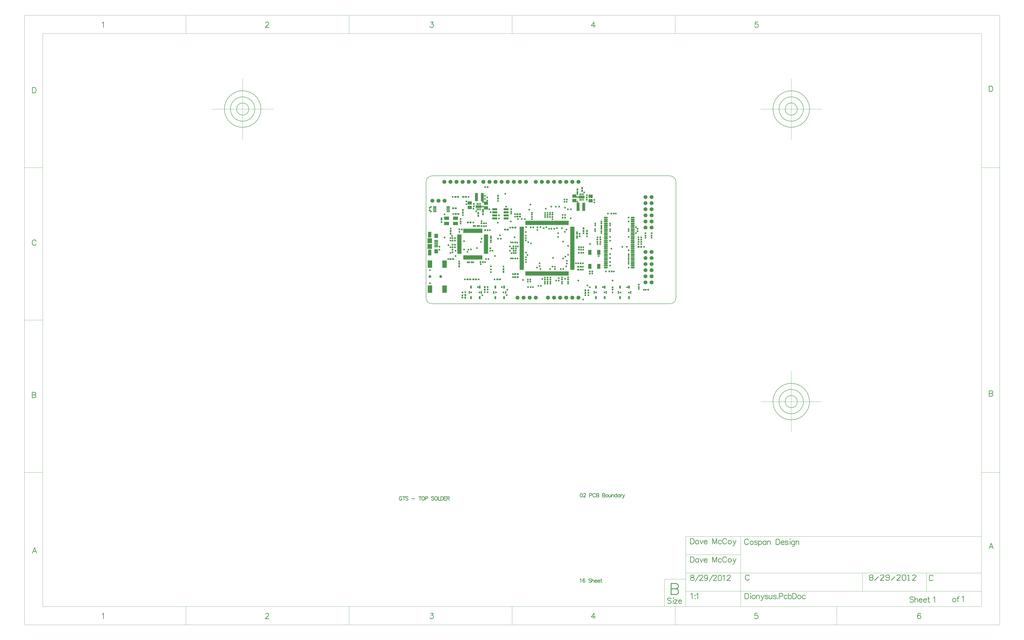
<source format=gts>
%FSLAX25Y25*%
%MOIN*%
G70*
G01*
G75*
G04 Layer_Color=8388736*
%ADD10R,0.02953X0.02559*%
%ADD11R,0.05118X0.09055*%
%ADD12R,0.07087X0.07480*%
%ADD13R,0.05512X0.06299*%
%ADD14R,0.05315X0.01575*%
%ADD15R,0.02559X0.02953*%
%ADD16R,0.02362X0.03937*%
%ADD17R,0.01772X0.03937*%
%ADD18R,0.02362X0.01969*%
%ADD19R,0.01969X0.02362*%
%ADD20R,0.05906X0.05118*%
%ADD21R,0.04331X0.12598*%
%ADD22R,0.09843X0.03543*%
%ADD23R,0.00984X0.03150*%
%ADD24R,0.02756X0.01969*%
%ADD25R,0.01969X0.02756*%
%ADD26R,0.07874X0.04724*%
%ADD27R,0.07087X0.11811*%
%ADD28R,0.04921X0.07284*%
%ADD29R,0.07480X0.02835*%
%ADD30R,0.04921X0.01378*%
%ADD31O,0.06102X0.02165*%
%ADD32O,0.01181X0.07087*%
%ADD33O,0.07087X0.01181*%
%ADD34C,0.00600*%
%ADD35C,0.01000*%
%ADD36C,0.01500*%
%ADD37C,0.02000*%
%ADD38C,0.03000*%
%ADD39C,0.00400*%
%ADD40C,0.00200*%
%ADD41C,0.01400*%
%ADD42C,0.06000*%
%ADD43C,0.05906*%
%ADD44C,0.03937*%
%ADD45C,0.02400*%
%ADD46C,0.04000*%
%ADD47C,0.14900*%
%ADD48C,0.06400*%
%ADD49C,0.06416*%
G04:AMPARAMS|DCode=50|XSize=80.157mil|YSize=80.157mil|CornerRadius=0mil|HoleSize=0mil|Usage=FLASHONLY|Rotation=0.000|XOffset=0mil|YOffset=0mil|HoleType=Round|Shape=Relief|Width=8mil|Gap=10mil|Entries=4|*
%AMTHD50*
7,0,0,0.08016,0.06016,0.00800,45*
%
%ADD50THD50*%
G04:AMPARAMS|DCode=51|XSize=80mil|YSize=80mil|CornerRadius=0mil|HoleSize=0mil|Usage=FLASHONLY|Rotation=0.000|XOffset=0mil|YOffset=0mil|HoleType=Round|Shape=Relief|Width=8mil|Gap=10mil|Entries=4|*
%AMTHD51*
7,0,0,0.08000,0.06000,0.00800,45*
%
%ADD51THD51*%
%ADD52C,0.08699*%
%ADD53C,0.09487*%
G04:AMPARAMS|DCode=54|XSize=50mil|YSize=50mil|CornerRadius=0mil|HoleSize=0mil|Usage=FLASHONLY|Rotation=0.000|XOffset=0mil|YOffset=0mil|HoleType=Round|Shape=Relief|Width=8mil|Gap=10mil|Entries=4|*
%AMTHD54*
7,0,0,0.05000,0.03000,0.00800,45*
%
%ADD54THD54*%
%ADD55C,0.03400*%
%ADD56C,0.00984*%
%ADD57C,0.02362*%
%ADD58C,0.00787*%
%ADD59C,0.00394*%
%ADD60R,0.03553X0.03159*%
%ADD61R,0.05718X0.09655*%
%ADD62R,0.07687X0.08080*%
%ADD63R,0.06112X0.06899*%
%ADD64R,0.05915X0.02175*%
%ADD65R,0.03159X0.03553*%
%ADD66R,0.02962X0.04537*%
%ADD67R,0.02372X0.04537*%
%ADD68R,0.02962X0.02569*%
%ADD69R,0.02569X0.02962*%
%ADD70R,0.06506X0.05718*%
%ADD71R,0.04931X0.13198*%
%ADD72R,0.10394X0.04095*%
%ADD73R,0.01535X0.03701*%
%ADD74R,0.03356X0.02569*%
%ADD75R,0.02569X0.03356*%
%ADD76R,0.08474X0.05324*%
%ADD77R,0.07687X0.12411*%
%ADD78R,0.05521X0.07883*%
%ADD79R,0.08080X0.03435*%
%ADD80R,0.05521X0.01978*%
%ADD81O,0.06702X0.02765*%
%ADD82O,0.01781X0.07687*%
%ADD83O,0.07687X0.01781*%
%ADD84C,0.00300*%
%ADD85C,0.06600*%
%ADD86C,0.06506*%
%ADD87C,0.04537*%
%ADD88C,0.03000*%
D34*
X610000Y-160000D02*
G03*
X610000Y-160000I-10000J0D01*
G01*
X620000D02*
G03*
X620000Y-160000I-20000J0D01*
G01*
X630000D02*
G03*
X630000Y-160000I-30000J0D01*
G01*
X610000Y320000D02*
G03*
X610000Y320000I-10000J0D01*
G01*
X620000D02*
G03*
X620000Y320000I-20000J0D01*
G01*
X630000D02*
G03*
X630000Y320000I-30000J0D01*
G01*
X-290000D02*
G03*
X-290000Y320000I-10000J0D01*
G01*
X-280000D02*
G03*
X-280000Y320000I-20000J0D01*
G01*
X-270000D02*
G03*
X-270000Y320000I-30000J0D01*
G01*
X800Y10400D02*
G03*
X10800Y400I10000J0D01*
G01*
Y210400D02*
G03*
X800Y200400I0J-10000D01*
G01*
X410800D02*
G03*
X400800Y210400I-10000J0D01*
G01*
Y400D02*
G03*
X410800Y10400I0J10000D01*
G01*
X800D02*
Y200400D01*
X10800Y400D02*
X400800D01*
X410800Y10400D02*
Y200400D01*
X10800Y210400D02*
X400800D01*
D35*
X-38940Y-317064D02*
X-39226Y-316492D01*
X-39797Y-315921D01*
X-40369Y-315635D01*
X-41511D01*
X-42083Y-315921D01*
X-42654Y-316492D01*
X-42940Y-317064D01*
X-43225Y-317920D01*
Y-319349D01*
X-42940Y-320206D01*
X-42654Y-320777D01*
X-42083Y-321348D01*
X-41511Y-321634D01*
X-40369D01*
X-39797Y-321348D01*
X-39226Y-320777D01*
X-38940Y-320206D01*
Y-319349D01*
X-40369D02*
X-38940D01*
X-35570Y-315635D02*
Y-321634D01*
X-37569Y-315635D02*
X-33570D01*
X-28857Y-316492D02*
X-29428Y-315921D01*
X-30285Y-315635D01*
X-31428D01*
X-32285Y-315921D01*
X-32856Y-316492D01*
Y-317064D01*
X-32570Y-317635D01*
X-32285Y-317920D01*
X-31713Y-318206D01*
X-30000Y-318777D01*
X-29428Y-319063D01*
X-29142Y-319349D01*
X-28857Y-319920D01*
Y-320777D01*
X-29428Y-321348D01*
X-30285Y-321634D01*
X-31428D01*
X-32285Y-321348D01*
X-32856Y-320777D01*
X-22801Y-319063D02*
X-17659D01*
X-9175Y-315635D02*
Y-321634D01*
X-11175Y-315635D02*
X-7176D01*
X-4748D02*
X-5319Y-315921D01*
X-5890Y-316492D01*
X-6176Y-317064D01*
X-6462Y-317920D01*
Y-319349D01*
X-6176Y-320206D01*
X-5890Y-320777D01*
X-5319Y-321348D01*
X-4748Y-321634D01*
X-3605D01*
X-3034Y-321348D01*
X-2462Y-320777D01*
X-2177Y-320206D01*
X-1891Y-319349D01*
Y-317920D01*
X-2177Y-317064D01*
X-2462Y-316492D01*
X-3034Y-315921D01*
X-3605Y-315635D01*
X-4748D01*
X-491Y-318777D02*
X2079D01*
X2936Y-318492D01*
X3222Y-318206D01*
X3508Y-317635D01*
Y-316778D01*
X3222Y-316207D01*
X2936Y-315921D01*
X2079Y-315635D01*
X-491D01*
Y-321634D01*
X13563Y-316492D02*
X12991Y-315921D01*
X12134Y-315635D01*
X10992D01*
X10135Y-315921D01*
X9563Y-316492D01*
Y-317064D01*
X9849Y-317635D01*
X10135Y-317920D01*
X10706Y-318206D01*
X12420Y-318777D01*
X12991Y-319063D01*
X13277Y-319349D01*
X13563Y-319920D01*
Y-320777D01*
X12991Y-321348D01*
X12134Y-321634D01*
X10992D01*
X10135Y-321348D01*
X9563Y-320777D01*
X16619Y-315635D02*
X16048Y-315921D01*
X15476Y-316492D01*
X15191Y-317064D01*
X14905Y-317920D01*
Y-319349D01*
X15191Y-320206D01*
X15476Y-320777D01*
X16048Y-321348D01*
X16619Y-321634D01*
X17762D01*
X18333Y-321348D01*
X18904Y-320777D01*
X19190Y-320206D01*
X19476Y-319349D01*
Y-317920D01*
X19190Y-317064D01*
X18904Y-316492D01*
X18333Y-315921D01*
X17762Y-315635D01*
X16619D01*
X20875D02*
Y-321634D01*
X24303D01*
X24960Y-315635D02*
Y-321634D01*
Y-315635D02*
X26960D01*
X27817Y-315921D01*
X28388Y-316492D01*
X28674Y-317064D01*
X28959Y-317920D01*
Y-319349D01*
X28674Y-320206D01*
X28388Y-320777D01*
X27817Y-321348D01*
X26960Y-321634D01*
X24960D01*
X34015Y-315635D02*
X30302D01*
Y-321634D01*
X34015D01*
X30302Y-318492D02*
X32587D01*
X35015Y-315635D02*
Y-321634D01*
Y-315635D02*
X37586D01*
X38443Y-315921D01*
X38729Y-316207D01*
X39014Y-316778D01*
Y-317349D01*
X38729Y-317920D01*
X38443Y-318206D01*
X37586Y-318492D01*
X35015D01*
X37015D02*
X39014Y-321634D01*
X255214Y-310501D02*
X254357Y-310787D01*
X253786Y-311644D01*
X253500Y-313072D01*
Y-313929D01*
X253786Y-315357D01*
X254357Y-316214D01*
X255214Y-316500D01*
X255785D01*
X256642Y-316214D01*
X257213Y-315357D01*
X257499Y-313929D01*
Y-313072D01*
X257213Y-311644D01*
X256642Y-310787D01*
X255785Y-310501D01*
X255214D01*
X259127Y-311930D02*
Y-311644D01*
X259413Y-311073D01*
X259699Y-310787D01*
X260270Y-310501D01*
X261413D01*
X261984Y-310787D01*
X262269Y-311073D01*
X262555Y-311644D01*
Y-312215D01*
X262269Y-312787D01*
X261698Y-313644D01*
X258842Y-316500D01*
X262841D01*
X268897Y-313644D02*
X271468D01*
X272324Y-313358D01*
X272610Y-313072D01*
X272896Y-312501D01*
Y-311644D01*
X272610Y-311073D01*
X272324Y-310787D01*
X271468Y-310501D01*
X268897D01*
Y-316500D01*
X278523Y-311930D02*
X278238Y-311358D01*
X277666Y-310787D01*
X277095Y-310501D01*
X275952D01*
X275381Y-310787D01*
X274810Y-311358D01*
X274524Y-311930D01*
X274238Y-312787D01*
Y-314215D01*
X274524Y-315072D01*
X274810Y-315643D01*
X275381Y-316214D01*
X275952Y-316500D01*
X277095D01*
X277666Y-316214D01*
X278238Y-315643D01*
X278523Y-315072D01*
X280209Y-310501D02*
Y-316500D01*
Y-310501D02*
X282779D01*
X283636Y-310787D01*
X283922Y-311073D01*
X284208Y-311644D01*
Y-312215D01*
X283922Y-312787D01*
X283636Y-313072D01*
X282779Y-313358D01*
X280209D02*
X282779D01*
X283636Y-313644D01*
X283922Y-313929D01*
X284208Y-314500D01*
Y-315357D01*
X283922Y-315929D01*
X283636Y-316214D01*
X282779Y-316500D01*
X280209D01*
X290264Y-310501D02*
Y-316500D01*
Y-310501D02*
X292834D01*
X293691Y-310787D01*
X293977Y-311073D01*
X294263Y-311644D01*
Y-312215D01*
X293977Y-312787D01*
X293691Y-313072D01*
X292834Y-313358D01*
X290264D02*
X292834D01*
X293691Y-313644D01*
X293977Y-313929D01*
X294263Y-314500D01*
Y-315357D01*
X293977Y-315929D01*
X293691Y-316214D01*
X292834Y-316500D01*
X290264D01*
X297034Y-312501D02*
X296462Y-312787D01*
X295891Y-313358D01*
X295605Y-314215D01*
Y-314786D01*
X295891Y-315643D01*
X296462Y-316214D01*
X297034Y-316500D01*
X297890D01*
X298462Y-316214D01*
X299033Y-315643D01*
X299319Y-314786D01*
Y-314215D01*
X299033Y-313358D01*
X298462Y-312787D01*
X297890Y-312501D01*
X297034D01*
X300633D02*
Y-315357D01*
X300918Y-316214D01*
X301490Y-316500D01*
X302347D01*
X302918Y-316214D01*
X303775Y-315357D01*
Y-312501D02*
Y-316500D01*
X305346Y-312501D02*
Y-316500D01*
Y-313644D02*
X306203Y-312787D01*
X306774Y-312501D01*
X307631D01*
X308203Y-312787D01*
X308488Y-313644D01*
Y-316500D01*
X313487Y-310501D02*
Y-316500D01*
Y-313358D02*
X312916Y-312787D01*
X312345Y-312501D01*
X311488D01*
X310916Y-312787D01*
X310345Y-313358D01*
X310059Y-314215D01*
Y-314786D01*
X310345Y-315643D01*
X310916Y-316214D01*
X311488Y-316500D01*
X312345D01*
X312916Y-316214D01*
X313487Y-315643D01*
X318515Y-312501D02*
Y-316500D01*
Y-313358D02*
X317943Y-312787D01*
X317372Y-312501D01*
X316515D01*
X315944Y-312787D01*
X315372Y-313358D01*
X315087Y-314215D01*
Y-314786D01*
X315372Y-315643D01*
X315944Y-316214D01*
X316515Y-316500D01*
X317372D01*
X317943Y-316214D01*
X318515Y-315643D01*
X320114Y-312501D02*
Y-316500D01*
Y-314215D02*
X320400Y-313358D01*
X320971Y-312787D01*
X321543Y-312501D01*
X322399D01*
X323228D02*
X324942Y-316500D01*
X326656Y-312501D02*
X324942Y-316500D01*
X324371Y-317643D01*
X323799Y-318214D01*
X323228Y-318500D01*
X322942D01*
X924500Y-142002D02*
Y-151000D01*
Y-142002D02*
X928356D01*
X929642Y-142430D01*
X930070Y-142859D01*
X930499Y-143716D01*
Y-144573D01*
X930070Y-145430D01*
X929642Y-145858D01*
X928356Y-146287D01*
X924500D02*
X928356D01*
X929642Y-146715D01*
X930070Y-147144D01*
X930499Y-148001D01*
Y-149286D01*
X930070Y-150143D01*
X929642Y-150572D01*
X928356Y-151000D01*
X924500D01*
X-638144Y-408500D02*
X-641572Y-399502D01*
X-645000Y-408500D01*
X-643715Y-405501D02*
X-639430D01*
X-645500Y-144502D02*
Y-153500D01*
Y-144502D02*
X-641644D01*
X-640358Y-144930D01*
X-639930Y-145359D01*
X-639501Y-146216D01*
Y-147073D01*
X-639930Y-147930D01*
X-640358Y-148358D01*
X-641644Y-148787D01*
X-645500D02*
X-641644D01*
X-640358Y-149215D01*
X-639930Y-149644D01*
X-639501Y-150501D01*
Y-151786D01*
X-639930Y-152643D01*
X-640358Y-153071D01*
X-641644Y-153500D01*
X-645500D01*
X-639073Y103356D02*
X-639501Y104213D01*
X-640358Y105070D01*
X-641215Y105498D01*
X-642929D01*
X-643786Y105070D01*
X-644643Y104213D01*
X-645072Y103356D01*
X-645500Y102070D01*
Y99928D01*
X-645072Y98642D01*
X-644643Y97785D01*
X-643786Y96929D01*
X-642929Y96500D01*
X-641215D01*
X-640358Y96929D01*
X-639501Y97785D01*
X-639073Y98642D01*
X-645000Y355498D02*
Y346500D01*
Y355498D02*
X-642001D01*
X-640715Y355070D01*
X-639858Y354213D01*
X-639430Y353356D01*
X-639001Y352070D01*
Y349928D01*
X-639430Y348642D01*
X-639858Y347785D01*
X-640715Y346929D01*
X-642001Y346500D01*
X-645000D01*
X812142Y-508287D02*
X811713Y-507430D01*
X810428Y-507002D01*
X809571D01*
X808285Y-507430D01*
X807428Y-508716D01*
X807000Y-510858D01*
Y-513001D01*
X807428Y-514715D01*
X808285Y-515571D01*
X809571Y-516000D01*
X809999D01*
X811285Y-515571D01*
X812142Y-514715D01*
X812570Y-513429D01*
Y-513001D01*
X812142Y-511715D01*
X811285Y-510858D01*
X809999Y-510430D01*
X809571D01*
X808285Y-510858D01*
X807428Y-511715D01*
X807000Y-513001D01*
X524000Y-474502D02*
Y-483500D01*
Y-474502D02*
X526999D01*
X528285Y-474930D01*
X529142Y-475787D01*
X529570Y-476644D01*
X529999Y-477930D01*
Y-480072D01*
X529570Y-481358D01*
X529142Y-482215D01*
X528285Y-483072D01*
X526999Y-483500D01*
X524000D01*
X532869Y-474502D02*
X533298Y-474930D01*
X533727Y-474502D01*
X533298Y-474073D01*
X532869Y-474502D01*
X533298Y-477501D02*
Y-483500D01*
X537454Y-477501D02*
X536597Y-477930D01*
X535740Y-478787D01*
X535312Y-480072D01*
Y-480929D01*
X535740Y-482215D01*
X536597Y-483072D01*
X537454Y-483500D01*
X538740D01*
X539597Y-483072D01*
X540454Y-482215D01*
X540882Y-480929D01*
Y-480072D01*
X540454Y-478787D01*
X539597Y-477930D01*
X538740Y-477501D01*
X537454D01*
X542853D02*
Y-483500D01*
Y-479215D02*
X544138Y-477930D01*
X544995Y-477501D01*
X546281D01*
X547138Y-477930D01*
X547566Y-479215D01*
Y-483500D01*
X550351Y-477501D02*
X552922Y-483500D01*
X555493Y-477501D02*
X552922Y-483500D01*
X552065Y-485214D01*
X551208Y-486071D01*
X550351Y-486499D01*
X549923D01*
X561706Y-478787D02*
X561278Y-477930D01*
X559992Y-477501D01*
X558707D01*
X557421Y-477930D01*
X556993Y-478787D01*
X557421Y-479644D01*
X558278Y-480072D01*
X560421Y-480501D01*
X561278Y-480929D01*
X561706Y-481786D01*
Y-482215D01*
X561278Y-483072D01*
X559992Y-483500D01*
X558707D01*
X557421Y-483072D01*
X556993Y-482215D01*
X563591Y-477501D02*
Y-481786D01*
X564020Y-483072D01*
X564877Y-483500D01*
X566162D01*
X567019Y-483072D01*
X568305Y-481786D01*
Y-477501D02*
Y-483500D01*
X575375Y-478787D02*
X574946Y-477930D01*
X573661Y-477501D01*
X572375D01*
X571090Y-477930D01*
X570661Y-478787D01*
X571090Y-479644D01*
X571947Y-480072D01*
X574089Y-480501D01*
X574946Y-480929D01*
X575375Y-481786D01*
Y-482215D01*
X574946Y-483072D01*
X573661Y-483500D01*
X572375D01*
X571090Y-483072D01*
X570661Y-482215D01*
X577689Y-482643D02*
X577260Y-483072D01*
X577689Y-483500D01*
X578117Y-483072D01*
X577689Y-482643D01*
X580088Y-479215D02*
X583944D01*
X585230Y-478787D01*
X585658Y-478358D01*
X586087Y-477501D01*
Y-476216D01*
X585658Y-475359D01*
X585230Y-474930D01*
X583944Y-474502D01*
X580088D01*
Y-483500D01*
X593242Y-478787D02*
X592385Y-477930D01*
X591528Y-477501D01*
X590243D01*
X589386Y-477930D01*
X588529Y-478787D01*
X588101Y-480072D01*
Y-480929D01*
X588529Y-482215D01*
X589386Y-483072D01*
X590243Y-483500D01*
X591528D01*
X592385Y-483072D01*
X593242Y-482215D01*
X595170Y-474502D02*
Y-483500D01*
Y-478787D02*
X596027Y-477930D01*
X596884Y-477501D01*
X598170D01*
X599027Y-477930D01*
X599884Y-478787D01*
X600312Y-480072D01*
Y-480929D01*
X599884Y-482215D01*
X599027Y-483072D01*
X598170Y-483500D01*
X596884D01*
X596027Y-483072D01*
X595170Y-482215D01*
X602240Y-474502D02*
Y-483500D01*
Y-474502D02*
X605240D01*
X606525Y-474930D01*
X607382Y-475787D01*
X607811Y-476644D01*
X608239Y-477930D01*
Y-480072D01*
X607811Y-481358D01*
X607382Y-482215D01*
X606525Y-483072D01*
X605240Y-483500D01*
X602240D01*
X612395Y-477501D02*
X611538Y-477930D01*
X610681Y-478787D01*
X610253Y-480072D01*
Y-480929D01*
X610681Y-482215D01*
X611538Y-483072D01*
X612395Y-483500D01*
X613681D01*
X614538Y-483072D01*
X615395Y-482215D01*
X615823Y-480929D01*
Y-480072D01*
X615395Y-478787D01*
X614538Y-477930D01*
X613681Y-477501D01*
X612395D01*
X622936Y-478787D02*
X622079Y-477930D01*
X621222Y-477501D01*
X619937D01*
X619080Y-477930D01*
X618223Y-478787D01*
X617794Y-480072D01*
Y-480929D01*
X618223Y-482215D01*
X619080Y-483072D01*
X619937Y-483500D01*
X621222D01*
X622079Y-483072D01*
X622936Y-482215D01*
X435000Y-476216D02*
X435857Y-475787D01*
X437142Y-474502D01*
Y-483500D01*
X442027Y-477501D02*
X441599Y-477930D01*
X442027Y-478358D01*
X442456Y-477930D01*
X442027Y-477501D01*
Y-482643D02*
X441599Y-483072D01*
X442027Y-483500D01*
X442456Y-483072D01*
X442027Y-482643D01*
X444427Y-476216D02*
X445284Y-475787D01*
X446569Y-474502D01*
Y-483500D01*
X402999Y-483287D02*
X402142Y-482430D01*
X400856Y-482002D01*
X399142D01*
X397857Y-482430D01*
X397000Y-483287D01*
Y-484144D01*
X397428Y-485001D01*
X397857Y-485430D01*
X398714Y-485858D01*
X401285Y-486715D01*
X402142Y-487144D01*
X402570Y-487572D01*
X402999Y-488429D01*
Y-489715D01*
X402142Y-490571D01*
X400856Y-491000D01*
X399142D01*
X397857Y-490571D01*
X397000Y-489715D01*
X405869Y-482002D02*
X406298Y-482430D01*
X406727Y-482002D01*
X406298Y-481573D01*
X405869Y-482002D01*
X406298Y-485001D02*
Y-491000D01*
X413025Y-485001D02*
X408312Y-491000D01*
Y-485001D02*
X413025D01*
X408312Y-491000D02*
X413025D01*
X414911Y-487572D02*
X420052D01*
Y-486715D01*
X419624Y-485858D01*
X419195Y-485430D01*
X418338Y-485001D01*
X417053D01*
X416196Y-485430D01*
X415339Y-486287D01*
X414911Y-487572D01*
Y-488429D01*
X415339Y-489715D01*
X416196Y-490571D01*
X417053Y-491000D01*
X418338D01*
X419195Y-490571D01*
X420052Y-489715D01*
X436642Y-444502D02*
X435357Y-444930D01*
X434929Y-445787D01*
Y-446644D01*
X435357Y-447501D01*
X436214Y-447930D01*
X437928Y-448358D01*
X439213Y-448787D01*
X440070Y-449644D01*
X440499Y-450501D01*
Y-451786D01*
X440070Y-452643D01*
X439642Y-453071D01*
X438356Y-453500D01*
X436642D01*
X435357Y-453071D01*
X434929Y-452643D01*
X434500Y-451786D01*
Y-450501D01*
X434929Y-449644D01*
X435785Y-448787D01*
X437071Y-448358D01*
X438785Y-447930D01*
X439642Y-447501D01*
X440070Y-446644D01*
Y-445787D01*
X439642Y-444930D01*
X438356Y-444502D01*
X436642D01*
X442513Y-454785D02*
X448511Y-444502D01*
X449540Y-446644D02*
Y-446216D01*
X449968Y-445359D01*
X450397Y-444930D01*
X451254Y-444502D01*
X452968D01*
X453824Y-444930D01*
X454253Y-445359D01*
X454681Y-446216D01*
Y-447073D01*
X454253Y-447930D01*
X453396Y-449215D01*
X449111Y-453500D01*
X455110D01*
X462694Y-447501D02*
X462265Y-448787D01*
X461409Y-449644D01*
X460123Y-450072D01*
X459695D01*
X458409Y-449644D01*
X457552Y-448787D01*
X457124Y-447501D01*
Y-447073D01*
X457552Y-445787D01*
X458409Y-444930D01*
X459695Y-444502D01*
X460123D01*
X461409Y-444930D01*
X462265Y-445787D01*
X462694Y-447501D01*
Y-449644D01*
X462265Y-451786D01*
X461409Y-453071D01*
X460123Y-453500D01*
X459266D01*
X457981Y-453071D01*
X457552Y-452215D01*
X465136Y-454785D02*
X471135Y-444502D01*
X472163Y-446644D02*
Y-446216D01*
X472592Y-445359D01*
X473020Y-444930D01*
X473877Y-444502D01*
X475591D01*
X476448Y-444930D01*
X476877Y-445359D01*
X477305Y-446216D01*
Y-447073D01*
X476877Y-447930D01*
X476020Y-449215D01*
X471735Y-453500D01*
X477734D01*
X482318Y-444502D02*
X481033Y-444930D01*
X480176Y-446216D01*
X479747Y-448358D01*
Y-449644D01*
X480176Y-451786D01*
X481033Y-453071D01*
X482318Y-453500D01*
X483175D01*
X484461Y-453071D01*
X485318Y-451786D01*
X485746Y-449644D01*
Y-448358D01*
X485318Y-446216D01*
X484461Y-444930D01*
X483175Y-444502D01*
X482318D01*
X487760Y-446216D02*
X488617Y-445787D01*
X489902Y-444502D01*
Y-453500D01*
X494787Y-446644D02*
Y-446216D01*
X495216Y-445359D01*
X495644Y-444930D01*
X496501Y-444502D01*
X498215D01*
X499072Y-444930D01*
X499500Y-445359D01*
X499929Y-446216D01*
Y-447073D01*
X499500Y-447930D01*
X498643Y-449215D01*
X494359Y-453500D01*
X500357D01*
X434500Y-414502D02*
Y-423500D01*
Y-414502D02*
X437499D01*
X438785Y-414930D01*
X439642Y-415787D01*
X440070Y-416644D01*
X440499Y-417930D01*
Y-420072D01*
X440070Y-421358D01*
X439642Y-422215D01*
X438785Y-423071D01*
X437499Y-423500D01*
X434500D01*
X447654Y-417501D02*
Y-423500D01*
Y-418787D02*
X446797Y-417930D01*
X445940Y-417501D01*
X444655D01*
X443798Y-417930D01*
X442941Y-418787D01*
X442513Y-420072D01*
Y-420929D01*
X442941Y-422215D01*
X443798Y-423071D01*
X444655Y-423500D01*
X445940D01*
X446797Y-423071D01*
X447654Y-422215D01*
X450054Y-417501D02*
X452625Y-423500D01*
X455196Y-417501D02*
X452625Y-423500D01*
X456652Y-420072D02*
X461794D01*
Y-419215D01*
X461366Y-418358D01*
X460937Y-417930D01*
X460080Y-417501D01*
X458795D01*
X457938Y-417930D01*
X457081Y-418787D01*
X456652Y-420072D01*
Y-420929D01*
X457081Y-422215D01*
X457938Y-423071D01*
X458795Y-423500D01*
X460080D01*
X460937Y-423071D01*
X461794Y-422215D01*
X470792Y-414502D02*
Y-423500D01*
Y-414502D02*
X474220Y-423500D01*
X477648Y-414502D02*
X474220Y-423500D01*
X477648Y-414502D02*
Y-423500D01*
X485360Y-418787D02*
X484504Y-417930D01*
X483647Y-417501D01*
X482361D01*
X481504Y-417930D01*
X480647Y-418787D01*
X480219Y-420072D01*
Y-420929D01*
X480647Y-422215D01*
X481504Y-423071D01*
X482361Y-423500D01*
X483647D01*
X484504Y-423071D01*
X485360Y-422215D01*
X493716Y-416644D02*
X493287Y-415787D01*
X492430Y-414930D01*
X491573Y-414502D01*
X489860D01*
X489003Y-414930D01*
X488146Y-415787D01*
X487717Y-416644D01*
X487289Y-417930D01*
Y-420072D01*
X487717Y-421358D01*
X488146Y-422215D01*
X489003Y-423071D01*
X489860Y-423500D01*
X491573D01*
X492430Y-423071D01*
X493287Y-422215D01*
X493716Y-421358D01*
X498386Y-417501D02*
X497529Y-417930D01*
X496672Y-418787D01*
X496244Y-420072D01*
Y-420929D01*
X496672Y-422215D01*
X497529Y-423071D01*
X498386Y-423500D01*
X499672D01*
X500529Y-423071D01*
X501386Y-422215D01*
X501814Y-420929D01*
Y-420072D01*
X501386Y-418787D01*
X500529Y-417930D01*
X499672Y-417501D01*
X498386D01*
X504214D02*
X506784Y-423500D01*
X509355Y-417501D02*
X506784Y-423500D01*
X505928Y-425214D01*
X505071Y-426071D01*
X504214Y-426499D01*
X503785D01*
X434500Y-384502D02*
Y-393500D01*
Y-384502D02*
X437499D01*
X438785Y-384930D01*
X439642Y-385787D01*
X440070Y-386644D01*
X440499Y-387930D01*
Y-390072D01*
X440070Y-391358D01*
X439642Y-392215D01*
X438785Y-393072D01*
X437499Y-393500D01*
X434500D01*
X447654Y-387501D02*
Y-393500D01*
Y-388787D02*
X446797Y-387930D01*
X445940Y-387501D01*
X444655D01*
X443798Y-387930D01*
X442941Y-388787D01*
X442513Y-390072D01*
Y-390929D01*
X442941Y-392215D01*
X443798Y-393072D01*
X444655Y-393500D01*
X445940D01*
X446797Y-393072D01*
X447654Y-392215D01*
X450054Y-387501D02*
X452625Y-393500D01*
X455196Y-387501D02*
X452625Y-393500D01*
X456652Y-390072D02*
X461794D01*
Y-389215D01*
X461366Y-388358D01*
X460937Y-387930D01*
X460080Y-387501D01*
X458795D01*
X457938Y-387930D01*
X457081Y-388787D01*
X456652Y-390072D01*
Y-390929D01*
X457081Y-392215D01*
X457938Y-393072D01*
X458795Y-393500D01*
X460080D01*
X460937Y-393072D01*
X461794Y-392215D01*
X470792Y-384502D02*
Y-393500D01*
Y-384502D02*
X474220Y-393500D01*
X477648Y-384502D02*
X474220Y-393500D01*
X477648Y-384502D02*
Y-393500D01*
X485360Y-388787D02*
X484504Y-387930D01*
X483647Y-387501D01*
X482361D01*
X481504Y-387930D01*
X480647Y-388787D01*
X480219Y-390072D01*
Y-390929D01*
X480647Y-392215D01*
X481504Y-393072D01*
X482361Y-393500D01*
X483647D01*
X484504Y-393072D01*
X485360Y-392215D01*
X493716Y-386644D02*
X493287Y-385787D01*
X492430Y-384930D01*
X491573Y-384502D01*
X489860D01*
X489003Y-384930D01*
X488146Y-385787D01*
X487717Y-386644D01*
X487289Y-387930D01*
Y-390072D01*
X487717Y-391358D01*
X488146Y-392215D01*
X489003Y-393072D01*
X489860Y-393500D01*
X491573D01*
X492430Y-393072D01*
X493287Y-392215D01*
X493716Y-391358D01*
X498386Y-387501D02*
X497529Y-387930D01*
X496672Y-388787D01*
X496244Y-390072D01*
Y-390929D01*
X496672Y-392215D01*
X497529Y-393072D01*
X498386Y-393500D01*
X499672D01*
X500529Y-393072D01*
X501386Y-392215D01*
X501814Y-390929D01*
Y-390072D01*
X501386Y-388787D01*
X500529Y-387930D01*
X499672Y-387501D01*
X498386D01*
X504214D02*
X506784Y-393500D01*
X509355Y-387501D02*
X506784Y-393500D01*
X505928Y-395214D01*
X505071Y-396071D01*
X504214Y-396499D01*
X503785D01*
X866642Y-482501D02*
X865785Y-482930D01*
X864929Y-483787D01*
X864500Y-485072D01*
Y-485929D01*
X864929Y-487215D01*
X865785Y-488071D01*
X866642Y-488500D01*
X867928D01*
X868785Y-488071D01*
X869642Y-487215D01*
X870070Y-485929D01*
Y-485072D01*
X869642Y-483787D01*
X868785Y-482930D01*
X867928Y-482501D01*
X866642D01*
X875469Y-479502D02*
X874612D01*
X873755Y-479930D01*
X873327Y-481216D01*
Y-488500D01*
X872041Y-482501D02*
X875041D01*
X800499Y-481287D02*
X799642Y-480430D01*
X798356Y-480002D01*
X796642D01*
X795357Y-480430D01*
X794500Y-481287D01*
Y-482144D01*
X794929Y-483001D01*
X795357Y-483430D01*
X796214Y-483858D01*
X798785Y-484715D01*
X799642Y-485144D01*
X800070Y-485572D01*
X800499Y-486429D01*
Y-487715D01*
X799642Y-488572D01*
X798356Y-489000D01*
X796642D01*
X795357Y-488572D01*
X794500Y-487715D01*
X802513Y-480002D02*
Y-489000D01*
Y-484715D02*
X803798Y-483430D01*
X804655Y-483001D01*
X805940D01*
X806797Y-483430D01*
X807226Y-484715D01*
Y-489000D01*
X809583Y-485572D02*
X814724D01*
Y-484715D01*
X814296Y-483858D01*
X813867Y-483430D01*
X813010Y-483001D01*
X811725D01*
X810868Y-483430D01*
X810011Y-484287D01*
X809583Y-485572D01*
Y-486429D01*
X810011Y-487715D01*
X810868Y-488572D01*
X811725Y-489000D01*
X813010D01*
X813867Y-488572D01*
X814724Y-487715D01*
X816652Y-485572D02*
X821794D01*
Y-484715D01*
X821366Y-483858D01*
X820937Y-483430D01*
X820080Y-483001D01*
X818795D01*
X817938Y-483430D01*
X817081Y-484287D01*
X816652Y-485572D01*
Y-486429D01*
X817081Y-487715D01*
X817938Y-488572D01*
X818795Y-489000D01*
X820080D01*
X820937Y-488572D01*
X821794Y-487715D01*
X825008Y-480002D02*
Y-487286D01*
X825436Y-488572D01*
X826293Y-489000D01*
X827150D01*
X823722Y-483001D02*
X826722D01*
X530927Y-446144D02*
X530499Y-445287D01*
X529642Y-444430D01*
X528785Y-444002D01*
X527071D01*
X526214Y-444430D01*
X525357Y-445287D01*
X524929Y-446144D01*
X524500Y-447430D01*
Y-449572D01*
X524929Y-450858D01*
X525357Y-451715D01*
X526214Y-452571D01*
X527071Y-453000D01*
X528785D01*
X529642Y-452571D01*
X530499Y-451715D01*
X530927Y-450858D01*
X728000Y-445502D02*
X729499Y-444003D01*
X732499D01*
X733998Y-445502D01*
Y-447002D01*
X732499Y-448501D01*
X733998Y-450001D01*
Y-451501D01*
X732499Y-453000D01*
X729499D01*
X728000Y-451501D01*
Y-450001D01*
X729499Y-448501D01*
X728000Y-447002D01*
Y-445502D01*
X729499Y-448501D02*
X732499D01*
X736997Y-453000D02*
X742995Y-447002D01*
X751992Y-453000D02*
X745994D01*
X751992Y-447002D01*
Y-445502D01*
X750493Y-444003D01*
X747494D01*
X745994Y-445502D01*
X754991Y-451501D02*
X756491Y-453000D01*
X759490D01*
X760989Y-451501D01*
Y-445502D01*
X759490Y-444003D01*
X756491D01*
X754991Y-445502D01*
Y-447002D01*
X756491Y-448501D01*
X760989D01*
X763988Y-453000D02*
X769986Y-447002D01*
X778983Y-453000D02*
X772986D01*
X778983Y-447002D01*
Y-445502D01*
X777484Y-444003D01*
X774485D01*
X772986Y-445502D01*
X781983D02*
X783482Y-444003D01*
X786481D01*
X787981Y-445502D01*
Y-451501D01*
X786481Y-453000D01*
X783482D01*
X781983Y-451501D01*
Y-445502D01*
X790980Y-453000D02*
X793979D01*
X792479D01*
Y-444003D01*
X790980Y-445502D01*
X804475Y-453000D02*
X798477D01*
X804475Y-447002D01*
Y-445502D01*
X802976Y-444003D01*
X799977D01*
X798477Y-445502D01*
X544642Y-507002D02*
X540357D01*
X539928Y-510858D01*
X540357Y-510430D01*
X541642Y-510001D01*
X542928D01*
X544213Y-510430D01*
X545070Y-511287D01*
X545499Y-512572D01*
Y-513429D01*
X545070Y-514715D01*
X544213Y-515571D01*
X542928Y-516000D01*
X541642D01*
X540357Y-515571D01*
X539928Y-515143D01*
X539500Y-514286D01*
X276285Y-507002D02*
X272000Y-513001D01*
X278427D01*
X276285Y-507002D02*
Y-516000D01*
X7857Y-507002D02*
X12570D01*
X9999Y-510430D01*
X11285D01*
X12142Y-510858D01*
X12570Y-511287D01*
X12999Y-512572D01*
Y-513429D01*
X12570Y-514715D01*
X11713Y-515571D01*
X10428Y-516000D01*
X9142D01*
X7857Y-515571D01*
X7429Y-515143D01*
X7000Y-514286D01*
X-262572Y-509144D02*
Y-508716D01*
X-262143Y-507859D01*
X-261715Y-507430D01*
X-260858Y-507002D01*
X-259144D01*
X-258287Y-507430D01*
X-257858Y-507859D01*
X-257430Y-508716D01*
Y-509573D01*
X-257858Y-510430D01*
X-258715Y-511715D01*
X-263000Y-516000D01*
X-257001D01*
X-530500Y-508716D02*
X-529643Y-508287D01*
X-528358Y-507002D01*
Y-516000D01*
X545142Y462998D02*
X540857D01*
X540428Y459142D01*
X540857Y459570D01*
X542142Y459999D01*
X543428D01*
X544713Y459570D01*
X545570Y458713D01*
X545999Y457428D01*
Y456571D01*
X545570Y455285D01*
X544713Y454428D01*
X543428Y454000D01*
X542142D01*
X540857Y454428D01*
X540428Y454857D01*
X540000Y455714D01*
X276285Y462998D02*
X272000Y456999D01*
X278427D01*
X276285Y462998D02*
Y454000D01*
X7857Y462998D02*
X12570D01*
X9999Y459570D01*
X11285D01*
X12142Y459142D01*
X12570Y458713D01*
X12999Y457428D01*
Y456571D01*
X12570Y455285D01*
X11713Y454428D01*
X10428Y454000D01*
X9142D01*
X7857Y454428D01*
X7429Y454857D01*
X7000Y455714D01*
X-262572Y460856D02*
Y461284D01*
X-262143Y462141D01*
X-261715Y462570D01*
X-260858Y462998D01*
X-259144D01*
X-258287Y462570D01*
X-257858Y462141D01*
X-257430Y461284D01*
Y460427D01*
X-257858Y459570D01*
X-258715Y458285D01*
X-263000Y454000D01*
X-257001D01*
X931356Y-401000D02*
X927928Y-392002D01*
X924500Y-401000D01*
X925785Y-398001D02*
X930070D01*
X529549Y-387581D02*
X529121Y-386724D01*
X528264Y-385867D01*
X527407Y-385439D01*
X525693D01*
X524836Y-385867D01*
X523979Y-386724D01*
X523551Y-387581D01*
X523122Y-388867D01*
Y-391009D01*
X523551Y-392295D01*
X523979Y-393152D01*
X524836Y-394008D01*
X525693Y-394437D01*
X527407D01*
X528264Y-394008D01*
X529121Y-393152D01*
X529549Y-392295D01*
X534220Y-388438D02*
X533363Y-388867D01*
X532506Y-389724D01*
X532077Y-391009D01*
Y-391866D01*
X532506Y-393152D01*
X533363Y-394008D01*
X534220Y-394437D01*
X535505D01*
X536362Y-394008D01*
X537219Y-393152D01*
X537647Y-391866D01*
Y-391009D01*
X537219Y-389724D01*
X536362Y-388867D01*
X535505Y-388438D01*
X534220D01*
X544332Y-389724D02*
X543903Y-388867D01*
X542618Y-388438D01*
X541332D01*
X540047Y-388867D01*
X539618Y-389724D01*
X540047Y-390581D01*
X540904Y-391009D01*
X543046Y-391438D01*
X543903Y-391866D01*
X544332Y-392723D01*
Y-393152D01*
X543903Y-394008D01*
X542618Y-394437D01*
X541332D01*
X540047Y-394008D01*
X539618Y-393152D01*
X546217Y-388438D02*
Y-397436D01*
Y-389724D02*
X547074Y-388867D01*
X547931Y-388438D01*
X549217D01*
X550073Y-388867D01*
X550930Y-389724D01*
X551359Y-391009D01*
Y-391866D01*
X550930Y-393152D01*
X550073Y-394008D01*
X549217Y-394437D01*
X547931D01*
X547074Y-394008D01*
X546217Y-393152D01*
X558429Y-388438D02*
Y-394437D01*
Y-389724D02*
X557572Y-388867D01*
X556715Y-388438D01*
X555429D01*
X554572Y-388867D01*
X553716Y-389724D01*
X553287Y-391009D01*
Y-391866D01*
X553716Y-393152D01*
X554572Y-394008D01*
X555429Y-394437D01*
X556715D01*
X557572Y-394008D01*
X558429Y-393152D01*
X560828Y-388438D02*
Y-394437D01*
Y-390152D02*
X562114Y-388867D01*
X562971Y-388438D01*
X564256D01*
X565113Y-388867D01*
X565542Y-390152D01*
Y-394437D01*
X574968Y-385439D02*
Y-394437D01*
Y-385439D02*
X577967D01*
X579253Y-385867D01*
X580110Y-386724D01*
X580538Y-387581D01*
X580967Y-388867D01*
Y-391009D01*
X580538Y-392295D01*
X580110Y-393152D01*
X579253Y-394008D01*
X577967Y-394437D01*
X574968D01*
X582981Y-391009D02*
X588122D01*
Y-390152D01*
X587694Y-389295D01*
X587265Y-388867D01*
X586409Y-388438D01*
X585123D01*
X584266Y-388867D01*
X583409Y-389724D01*
X582981Y-391009D01*
Y-391866D01*
X583409Y-393152D01*
X584266Y-394008D01*
X585123Y-394437D01*
X586409D01*
X587265Y-394008D01*
X588122Y-393152D01*
X594764Y-389724D02*
X594335Y-388867D01*
X593050Y-388438D01*
X591764D01*
X590479Y-388867D01*
X590051Y-389724D01*
X590479Y-390581D01*
X591336Y-391009D01*
X593478Y-391438D01*
X594335Y-391866D01*
X594764Y-392723D01*
Y-393152D01*
X594335Y-394008D01*
X593050Y-394437D01*
X591764D01*
X590479Y-394008D01*
X590051Y-393152D01*
X597506Y-385439D02*
X597935Y-385867D01*
X598363Y-385439D01*
X597935Y-385011D01*
X597506Y-385439D01*
X597935Y-388438D02*
Y-394437D01*
X605090Y-388438D02*
Y-395294D01*
X604662Y-396579D01*
X604233Y-397008D01*
X603376Y-397436D01*
X602091D01*
X601234Y-397008D01*
X605090Y-389724D02*
X604233Y-388867D01*
X603376Y-388438D01*
X602091D01*
X601234Y-388867D01*
X600377Y-389724D01*
X599948Y-391009D01*
Y-391866D01*
X600377Y-393152D01*
X601234Y-394008D01*
X602091Y-394437D01*
X603376D01*
X604233Y-394008D01*
X605090Y-393152D01*
X607490Y-388438D02*
Y-394437D01*
Y-390152D02*
X608775Y-388867D01*
X609632Y-388438D01*
X610918D01*
X611774Y-388867D01*
X612203Y-390152D01*
Y-394437D01*
X924500Y357998D02*
Y349000D01*
Y357998D02*
X927499D01*
X928785Y357570D01*
X929642Y356713D01*
X930070Y355856D01*
X930499Y354570D01*
Y352428D01*
X930070Y351142D01*
X929642Y350285D01*
X928785Y349429D01*
X927499Y349000D01*
X924500D01*
X-530500Y461284D02*
X-529643Y461713D01*
X-528358Y462998D01*
Y454000D01*
X833142Y-481708D02*
X833999Y-481280D01*
X835284Y-479994D01*
Y-488992D01*
X832498Y-446002D02*
X830999Y-444503D01*
X827999D01*
X826500Y-446002D01*
Y-452001D01*
X827999Y-453500D01*
X830999D01*
X832498Y-452001D01*
X880091Y-480724D02*
X880947Y-480295D01*
X882233Y-479010D01*
Y-488008D01*
X253500Y-451644D02*
X254071Y-451358D01*
X254928Y-450501D01*
Y-456500D01*
X261327Y-451358D02*
X261041Y-450787D01*
X260184Y-450501D01*
X259613D01*
X258756Y-450787D01*
X258185Y-451644D01*
X257899Y-453072D01*
Y-454500D01*
X258185Y-455643D01*
X258756Y-456214D01*
X259613Y-456500D01*
X259899D01*
X260756Y-456214D01*
X261327Y-455643D01*
X261613Y-454786D01*
Y-454500D01*
X261327Y-453644D01*
X260756Y-453072D01*
X259899Y-452786D01*
X259613D01*
X258756Y-453072D01*
X258185Y-453644D01*
X257899Y-454500D01*
X271639Y-451358D02*
X271068Y-450787D01*
X270211Y-450501D01*
X269068D01*
X268211Y-450787D01*
X267640Y-451358D01*
Y-451930D01*
X267926Y-452501D01*
X268211Y-452786D01*
X268782Y-453072D01*
X270496Y-453644D01*
X271068Y-453929D01*
X271353Y-454215D01*
X271639Y-454786D01*
Y-455643D01*
X271068Y-456214D01*
X270211Y-456500D01*
X269068D01*
X268211Y-456214D01*
X267640Y-455643D01*
X272982Y-450501D02*
Y-456500D01*
Y-453644D02*
X273838Y-452786D01*
X274410Y-452501D01*
X275267D01*
X275838Y-452786D01*
X276124Y-453644D01*
Y-456500D01*
X277695Y-454215D02*
X281123D01*
Y-453644D01*
X280837Y-453072D01*
X280551Y-452786D01*
X279980Y-452501D01*
X279123D01*
X278552Y-452786D01*
X277980Y-453358D01*
X277695Y-454215D01*
Y-454786D01*
X277980Y-455643D01*
X278552Y-456214D01*
X279123Y-456500D01*
X279980D01*
X280551Y-456214D01*
X281123Y-455643D01*
X282408Y-454215D02*
X285836D01*
Y-453644D01*
X285550Y-453072D01*
X285265Y-452786D01*
X284693Y-452501D01*
X283836D01*
X283265Y-452786D01*
X282694Y-453358D01*
X282408Y-454215D01*
Y-454786D01*
X282694Y-455643D01*
X283265Y-456214D01*
X283836Y-456500D01*
X284693D01*
X285265Y-456214D01*
X285836Y-455643D01*
X287978Y-450501D02*
Y-455357D01*
X288264Y-456214D01*
X288835Y-456500D01*
X289407D01*
X287121Y-452501D02*
X289121D01*
D39*
X550000Y-160000D02*
X600000D01*
X650000D01*
X600000Y-210000D02*
Y-160000D01*
Y-110000D01*
Y270000D02*
Y320000D01*
Y370000D01*
X550000Y320000D02*
X600000D01*
X650000D01*
X-300000Y270000D02*
Y320000D01*
Y370000D01*
X-350000Y320000D02*
X-300000D01*
X-250000D01*
D40*
X-658000Y-526000D02*
Y474000D01*
X942000D01*
Y-526000D02*
Y474000D01*
X-658000Y-526000D02*
X942000D01*
X-628000Y-496000D02*
Y444000D01*
Y-496000D02*
X912000D01*
X-658000Y-26000D02*
X-628000D01*
X912000Y-496000D02*
Y444000D01*
X-658000Y-276000D02*
X-628000D01*
X-658000Y224000D02*
X-628000D01*
X-393000Y444000D02*
Y474000D01*
X912000Y-276000D02*
X942000D01*
X912000Y224000D02*
X942000D01*
X142000Y444000D02*
Y474000D01*
X-125500Y444000D02*
Y474000D01*
X409500Y444000D02*
Y474000D01*
X-393000Y-526000D02*
Y-496000D01*
X142000Y-526000D02*
Y-496000D01*
X-125500Y-526000D02*
Y-496000D01*
X409500Y-526000D02*
Y-496000D01*
X674500Y-526000D02*
Y-496000D01*
X427000Y-411000D02*
X517000D01*
X427000Y-471000D02*
X912000D01*
X427000Y-441000D02*
X912000D01*
X427000Y-381000D02*
X517000D01*
X822000Y-471000D02*
Y-441000D01*
X717000Y-471000D02*
Y-441000D01*
X517000Y-496000D02*
Y-381000D01*
X427000Y-496000D02*
Y-381000D01*
X392000Y-451000D02*
X427000D01*
X392000Y-496000D02*
Y-451000D01*
X517000Y-381000D02*
X912000D01*
X-628000Y444000D02*
X912000D01*
D41*
X403000Y-458504D02*
Y-476500D01*
Y-458504D02*
X410713D01*
X413283Y-459361D01*
X414141Y-460218D01*
X414997Y-461932D01*
Y-463646D01*
X414141Y-465359D01*
X413283Y-466217D01*
X410713Y-467073D01*
X403000D02*
X410713D01*
X413283Y-467930D01*
X414141Y-468787D01*
X414997Y-470501D01*
Y-473072D01*
X414141Y-474786D01*
X413283Y-475643D01*
X410713Y-476500D01*
X403000D01*
D60*
X154800Y147400D02*
D03*
X150469D02*
D03*
X147065Y125400D02*
D03*
X142735D02*
D03*
X130435Y122100D02*
D03*
X134765D02*
D03*
X147035Y49300D02*
D03*
X151365D02*
D03*
X49487Y157080D02*
D03*
X45157D02*
D03*
X73965Y133800D02*
D03*
X69635D02*
D03*
X49535Y148000D02*
D03*
X53865D02*
D03*
X40969Y73900D02*
D03*
X45300D02*
D03*
X349500Y94000D02*
D03*
X353831D02*
D03*
X151365Y44300D02*
D03*
X147035D02*
D03*
X254765Y56400D02*
D03*
X250435D02*
D03*
X254765Y61100D02*
D03*
X250435D02*
D03*
X69035Y40400D02*
D03*
X73365D02*
D03*
X48835Y175900D02*
D03*
X53165D02*
D03*
X150469Y143500D02*
D03*
X154800D02*
D03*
D61*
X6968Y84436D02*
D03*
Y113964D02*
D03*
D62*
Y103924D02*
D03*
Y94476D02*
D03*
D63*
X17500Y111798D02*
D03*
Y86602D02*
D03*
D64*
Y104318D02*
D03*
Y101759D02*
D03*
Y99200D02*
D03*
Y96641D02*
D03*
Y94082D02*
D03*
D65*
X262142Y18223D02*
D03*
Y22554D02*
D03*
X55200Y66131D02*
D03*
Y61800D02*
D03*
X61300Y150035D02*
D03*
Y154365D02*
D03*
X41300Y115635D02*
D03*
Y119965D02*
D03*
X259300Y119769D02*
D03*
Y124100D02*
D03*
X65300Y14731D02*
D03*
Y10400D02*
D03*
X97300Y23535D02*
D03*
Y27865D02*
D03*
X127800Y57231D02*
D03*
Y52900D02*
D03*
X94100Y147635D02*
D03*
Y151965D02*
D03*
X86435Y149331D02*
D03*
Y145000D02*
D03*
X249300Y187765D02*
D03*
Y183435D02*
D03*
X257000Y186035D02*
D03*
Y190365D02*
D03*
X118800Y173069D02*
D03*
Y177400D02*
D03*
D66*
X319378Y27761D02*
D03*
Y10439D02*
D03*
X333945D02*
D03*
Y27761D02*
D03*
X74417D02*
D03*
Y10439D02*
D03*
X88984D02*
D03*
Y27761D02*
D03*
X114417D02*
D03*
Y10439D02*
D03*
X128983D02*
D03*
Y27761D02*
D03*
X279416D02*
D03*
Y10439D02*
D03*
X293984D02*
D03*
Y27761D02*
D03*
D67*
X316721Y19100D02*
D03*
X336602D02*
D03*
X71759D02*
D03*
X91641D02*
D03*
X111759D02*
D03*
X131641D02*
D03*
X276759D02*
D03*
X296641D02*
D03*
D68*
X307000Y23763D02*
D03*
Y27700D02*
D03*
X140700Y151532D02*
D03*
Y155468D02*
D03*
X48200Y104131D02*
D03*
Y108069D02*
D03*
X44100Y104131D02*
D03*
Y108069D02*
D03*
Y93231D02*
D03*
Y97168D02*
D03*
X48300Y93231D02*
D03*
Y97168D02*
D03*
X106200Y87532D02*
D03*
Y91469D02*
D03*
X44300Y85232D02*
D03*
Y89169D02*
D03*
X107200Y108369D02*
D03*
Y104431D02*
D03*
X6900Y157768D02*
D03*
Y153832D02*
D03*
X26200Y138537D02*
D03*
Y134600D02*
D03*
X57600Y135563D02*
D03*
Y139500D02*
D03*
X349507Y102075D02*
D03*
Y106012D02*
D03*
X348000Y119532D02*
D03*
Y123468D02*
D03*
X353731Y102075D02*
D03*
Y106012D02*
D03*
X288440Y123571D02*
D03*
Y119634D02*
D03*
X288454Y128591D02*
D03*
Y132528D02*
D03*
X281976Y105971D02*
D03*
Y102034D02*
D03*
X286789Y105971D02*
D03*
Y102034D02*
D03*
X370800Y112163D02*
D03*
Y116100D02*
D03*
X360800Y112163D02*
D03*
Y116100D02*
D03*
X349800Y27963D02*
D03*
Y31900D02*
D03*
X195800Y36432D02*
D03*
Y40369D02*
D03*
X223906Y36531D02*
D03*
Y40468D02*
D03*
X253000Y115168D02*
D03*
Y111232D02*
D03*
X248700Y115168D02*
D03*
Y111232D02*
D03*
X174694Y146869D02*
D03*
Y142931D02*
D03*
X204300Y146869D02*
D03*
Y142931D02*
D03*
X200300Y36432D02*
D03*
Y40369D02*
D03*
X208158Y146869D02*
D03*
Y142931D02*
D03*
X204800Y36432D02*
D03*
Y40369D02*
D03*
X251500Y93337D02*
D03*
Y89400D02*
D03*
X233749Y36531D02*
D03*
Y40468D02*
D03*
X255100Y93237D02*
D03*
Y89300D02*
D03*
X144500Y83732D02*
D03*
Y87669D02*
D03*
X147900Y83732D02*
D03*
Y87669D02*
D03*
X60700Y14337D02*
D03*
Y10400D02*
D03*
X102035Y23863D02*
D03*
Y27800D02*
D03*
X79175Y160231D02*
D03*
Y164169D02*
D03*
X264700Y175037D02*
D03*
Y171100D02*
D03*
X267077Y18557D02*
D03*
Y22494D02*
D03*
D69*
X101868Y121300D02*
D03*
X97931D02*
D03*
X55632Y122700D02*
D03*
X59569D02*
D03*
X95768Y132400D02*
D03*
X91831D02*
D03*
X95768Y128000D02*
D03*
X91831D02*
D03*
X85268Y128100D02*
D03*
X81331D02*
D03*
X94269Y68800D02*
D03*
X90332D02*
D03*
X75568Y68700D02*
D03*
X71631D02*
D03*
X305471Y53473D02*
D03*
X301534D02*
D03*
X308789Y148461D02*
D03*
X304852D02*
D03*
X361300Y23400D02*
D03*
X365237D02*
D03*
X101800Y191900D02*
D03*
X97863D02*
D03*
X167832Y40300D02*
D03*
X171768D02*
D03*
X273502Y53466D02*
D03*
X269565D02*
D03*
X254569Y66994D02*
D03*
X250631D02*
D03*
X224832Y141900D02*
D03*
X228768D02*
D03*
X255542Y84332D02*
D03*
X251606D02*
D03*
X144332Y91100D02*
D03*
X148268D02*
D03*
X196335Y146304D02*
D03*
X200272D02*
D03*
X196335Y142804D02*
D03*
X200272D02*
D03*
X143363Y74868D02*
D03*
X147300D02*
D03*
X144332Y94600D02*
D03*
X148268D02*
D03*
X143141Y101091D02*
D03*
X147078D02*
D03*
D70*
X99275Y158000D02*
D03*
Y165480D02*
D03*
X271000Y176940D02*
D03*
Y169460D02*
D03*
X244100Y177340D02*
D03*
Y169860D02*
D03*
X72475Y158460D02*
D03*
Y165940D02*
D03*
D71*
X259724Y159600D02*
D03*
X250276D02*
D03*
X83650Y175700D02*
D03*
X93099D02*
D03*
D72*
X256025Y175400D02*
D03*
X87375Y160000D02*
D03*
D73*
X258978Y171069D02*
D03*
X257010D02*
D03*
X255041D02*
D03*
X253072D02*
D03*
Y179731D02*
D03*
X255041D02*
D03*
X257010D02*
D03*
X258978D02*
D03*
X84422Y155669D02*
D03*
X86391D02*
D03*
X88359D02*
D03*
X90328D02*
D03*
Y164331D02*
D03*
X88359D02*
D03*
X86391D02*
D03*
X84422D02*
D03*
D74*
X82865Y40400D02*
D03*
X78535D02*
D03*
X61835Y175900D02*
D03*
X66165D02*
D03*
X122065Y40400D02*
D03*
X117735D02*
D03*
D75*
X265000Y119965D02*
D03*
Y115635D02*
D03*
D76*
X49183Y132269D02*
D03*
Y140931D02*
D03*
X34617D02*
D03*
Y132269D02*
D03*
D77*
X31116Y24675D02*
D03*
X7100D02*
D03*
Y65620D02*
D03*
X31116D02*
D03*
D78*
X269516Y61983D02*
D03*
X284084D02*
D03*
Y84817D02*
D03*
X269516D02*
D03*
D79*
X113648Y155500D02*
D03*
Y150500D02*
D03*
Y145500D02*
D03*
Y140500D02*
D03*
X132152Y155500D02*
D03*
Y150500D02*
D03*
Y145500D02*
D03*
Y140500D02*
D03*
D80*
X15078Y159639D02*
D03*
Y157080D02*
D03*
Y154520D02*
D03*
Y151961D02*
D03*
X37322Y159639D02*
D03*
Y157080D02*
D03*
Y154520D02*
D03*
Y151961D02*
D03*
D81*
X295957Y141818D02*
D03*
Y138669D02*
D03*
Y135519D02*
D03*
Y132369D02*
D03*
Y129220D02*
D03*
Y126070D02*
D03*
Y122921D02*
D03*
Y119771D02*
D03*
Y116621D02*
D03*
Y113472D02*
D03*
Y110322D02*
D03*
Y107172D02*
D03*
Y104023D02*
D03*
Y100873D02*
D03*
Y97724D02*
D03*
Y94574D02*
D03*
Y91424D02*
D03*
Y88275D02*
D03*
Y85125D02*
D03*
Y81976D02*
D03*
Y78826D02*
D03*
Y75676D02*
D03*
Y72527D02*
D03*
Y69377D02*
D03*
Y66228D02*
D03*
Y63078D02*
D03*
Y59928D02*
D03*
X340052Y141818D02*
D03*
Y138669D02*
D03*
Y135519D02*
D03*
Y132369D02*
D03*
Y129220D02*
D03*
Y126070D02*
D03*
Y122921D02*
D03*
Y119771D02*
D03*
Y116621D02*
D03*
Y113472D02*
D03*
Y110322D02*
D03*
Y107172D02*
D03*
Y104023D02*
D03*
Y100873D02*
D03*
Y97724D02*
D03*
Y94574D02*
D03*
Y91424D02*
D03*
Y88275D02*
D03*
Y85125D02*
D03*
Y81976D02*
D03*
Y78826D02*
D03*
Y75676D02*
D03*
Y72527D02*
D03*
Y69377D02*
D03*
Y66228D02*
D03*
Y63078D02*
D03*
Y59928D02*
D03*
D82*
X62736Y120250D02*
D03*
X64705D02*
D03*
X66673D02*
D03*
X68642D02*
D03*
X70610D02*
D03*
X72579D02*
D03*
X74547D02*
D03*
X76516D02*
D03*
X78484D02*
D03*
X80453D02*
D03*
X82421D02*
D03*
X84390D02*
D03*
X86358D02*
D03*
X88327D02*
D03*
X90295D02*
D03*
X92264D02*
D03*
Y76550D02*
D03*
X90295D02*
D03*
X88327D02*
D03*
X86358D02*
D03*
X84390D02*
D03*
X82421D02*
D03*
X80453D02*
D03*
X78484D02*
D03*
X76516D02*
D03*
X74547D02*
D03*
X72579D02*
D03*
X70610D02*
D03*
X68642D02*
D03*
X66673D02*
D03*
X64705D02*
D03*
X62736D02*
D03*
X164851Y133135D02*
D03*
X166820D02*
D03*
X168788D02*
D03*
X170757D02*
D03*
X172725D02*
D03*
X174694D02*
D03*
X176662D02*
D03*
X178631D02*
D03*
X180599D02*
D03*
X182568D02*
D03*
X184536D02*
D03*
X186505D02*
D03*
X188473D02*
D03*
X190442D02*
D03*
X192410D02*
D03*
X194379D02*
D03*
X196347D02*
D03*
X198316D02*
D03*
X200284D02*
D03*
X202253D02*
D03*
X204221D02*
D03*
X206190D02*
D03*
X208158D02*
D03*
X210127D02*
D03*
X212095D02*
D03*
X214064D02*
D03*
X216032D02*
D03*
X218001D02*
D03*
X219969D02*
D03*
X221938D02*
D03*
X223906D02*
D03*
X225875D02*
D03*
X227843D02*
D03*
X229812D02*
D03*
X231780D02*
D03*
X233749D02*
D03*
Y50065D02*
D03*
X231780D02*
D03*
X229812D02*
D03*
X227843D02*
D03*
X225875D02*
D03*
X223906D02*
D03*
X221938D02*
D03*
X219969D02*
D03*
X218001D02*
D03*
X216032D02*
D03*
X214064D02*
D03*
X212095D02*
D03*
X210127D02*
D03*
X208158D02*
D03*
X206190D02*
D03*
X204221D02*
D03*
X202253D02*
D03*
X200284D02*
D03*
X198316D02*
D03*
X196347D02*
D03*
X194379D02*
D03*
X192410D02*
D03*
X190442D02*
D03*
X188473D02*
D03*
X186505D02*
D03*
X184536D02*
D03*
X182568D02*
D03*
X180599D02*
D03*
X178631D02*
D03*
X176662D02*
D03*
X174694D02*
D03*
X172725D02*
D03*
X170757D02*
D03*
X168788D02*
D03*
X166820D02*
D03*
X164851D02*
D03*
D83*
X99350Y113164D02*
D03*
Y111195D02*
D03*
Y109227D02*
D03*
Y107258D02*
D03*
Y105290D02*
D03*
Y103321D02*
D03*
Y101353D02*
D03*
Y99384D02*
D03*
Y97416D02*
D03*
Y95447D02*
D03*
Y93479D02*
D03*
Y91510D02*
D03*
Y89542D02*
D03*
Y87573D02*
D03*
Y85605D02*
D03*
Y83636D02*
D03*
X55650D02*
D03*
Y85605D02*
D03*
Y87573D02*
D03*
Y89542D02*
D03*
Y91510D02*
D03*
Y93479D02*
D03*
Y95447D02*
D03*
Y97416D02*
D03*
Y99384D02*
D03*
Y101353D02*
D03*
Y103321D02*
D03*
Y105290D02*
D03*
Y107258D02*
D03*
Y109227D02*
D03*
Y111195D02*
D03*
Y113164D02*
D03*
X157765Y57151D02*
D03*
Y59120D02*
D03*
Y61088D02*
D03*
Y63057D02*
D03*
Y65025D02*
D03*
Y66994D02*
D03*
Y68962D02*
D03*
Y70931D02*
D03*
Y72899D02*
D03*
Y74868D02*
D03*
Y76836D02*
D03*
Y78805D02*
D03*
Y80773D02*
D03*
Y82742D02*
D03*
Y84710D02*
D03*
Y86679D02*
D03*
Y88647D02*
D03*
Y90616D02*
D03*
Y92584D02*
D03*
Y94553D02*
D03*
Y96521D02*
D03*
Y98490D02*
D03*
Y100458D02*
D03*
Y102427D02*
D03*
Y104395D02*
D03*
Y106364D02*
D03*
Y108332D02*
D03*
Y110301D02*
D03*
Y112269D02*
D03*
Y114238D02*
D03*
Y116206D02*
D03*
Y118175D02*
D03*
Y120143D02*
D03*
Y122112D02*
D03*
Y124080D02*
D03*
Y126049D02*
D03*
X240835D02*
D03*
Y124080D02*
D03*
Y122112D02*
D03*
Y120143D02*
D03*
Y118175D02*
D03*
Y116206D02*
D03*
Y114238D02*
D03*
Y112269D02*
D03*
Y110301D02*
D03*
Y108332D02*
D03*
Y106364D02*
D03*
Y104395D02*
D03*
Y102427D02*
D03*
Y100458D02*
D03*
Y98490D02*
D03*
Y96521D02*
D03*
Y94553D02*
D03*
Y92584D02*
D03*
Y90616D02*
D03*
Y88647D02*
D03*
Y86679D02*
D03*
Y84710D02*
D03*
Y82742D02*
D03*
Y80773D02*
D03*
Y78805D02*
D03*
Y76836D02*
D03*
Y74868D02*
D03*
Y72899D02*
D03*
Y70931D02*
D03*
Y68962D02*
D03*
Y66994D02*
D03*
Y65025D02*
D03*
Y63057D02*
D03*
Y61088D02*
D03*
Y59120D02*
D03*
Y57151D02*
D03*
D84*
X10000Y10000D02*
D03*
Y200000D02*
D03*
X400000Y10000D02*
D03*
Y200000D02*
D03*
D85*
X180800Y200400D02*
D03*
X190800D02*
D03*
X200800D02*
D03*
X210800D02*
D03*
X220800D02*
D03*
X230800D02*
D03*
X240800D02*
D03*
X250800D02*
D03*
X31300Y169500D02*
D03*
X21300D02*
D03*
X11300D02*
D03*
X250800Y10400D02*
D03*
X240800D02*
D03*
X230800D02*
D03*
X220800D02*
D03*
X210800D02*
D03*
X200800D02*
D03*
X94800Y200400D02*
D03*
X104800D02*
D03*
X114800D02*
D03*
X124800D02*
D03*
X134800D02*
D03*
X144800D02*
D03*
X154800D02*
D03*
X164800D02*
D03*
X30800D02*
D03*
X40800D02*
D03*
X50800D02*
D03*
X60800D02*
D03*
X70800D02*
D03*
X80800D02*
D03*
D86*
X360800Y85400D02*
D03*
Y75400D02*
D03*
Y65400D02*
D03*
Y35400D02*
D03*
Y45400D02*
D03*
Y55400D02*
D03*
X370800D02*
D03*
Y45400D02*
D03*
Y35400D02*
D03*
Y65400D02*
D03*
Y75400D02*
D03*
Y85400D02*
D03*
X360800Y175400D02*
D03*
Y165400D02*
D03*
Y155400D02*
D03*
Y125400D02*
D03*
Y135400D02*
D03*
Y145400D02*
D03*
X370800D02*
D03*
Y135400D02*
D03*
Y125400D02*
D03*
Y155400D02*
D03*
Y165400D02*
D03*
Y175400D02*
D03*
X180800Y10400D02*
D03*
X150800D02*
D03*
X160800D02*
D03*
X170800D02*
D03*
D87*
X7100Y45147D02*
D03*
X24816D02*
D03*
D88*
X94300Y160000D02*
D03*
X248900Y175400D02*
D03*
X258800Y89268D02*
D03*
Y93269D02*
D03*
X22800Y89200D02*
D03*
X146735Y147400D02*
D03*
X138800Y125400D02*
D03*
X22800Y94100D02*
D03*
X37135Y73900D02*
D03*
X183400Y125800D02*
D03*
Y121500D02*
D03*
X231700Y167900D02*
D03*
X231800Y171400D02*
D03*
X227800D02*
D03*
Y167900D02*
D03*
X67300Y168500D02*
D03*
Y163900D02*
D03*
X78400Y156700D02*
D03*
X83200Y152200D02*
D03*
X94300Y167500D02*
D03*
X94100Y155000D02*
D03*
X97600Y177600D02*
D03*
Y172400D02*
D03*
X101200Y169800D02*
D03*
Y175000D02*
D03*
X249300Y180400D02*
D03*
X249100Y167900D02*
D03*
X260200Y183200D02*
D03*
X265000Y178700D02*
D03*
X277000Y171000D02*
D03*
Y167000D02*
D03*
X172300Y163300D02*
D03*
X109900Y87532D02*
D03*
X49300Y79000D02*
D03*
X122300Y113000D02*
D03*
X118800Y107258D02*
D03*
X55200Y69900D02*
D03*
X43431Y111831D02*
D03*
X225400Y102400D02*
D03*
X228500Y118500D02*
D03*
X209300Y75800D02*
D03*
X182800Y59900D02*
D03*
X217500Y110301D02*
D03*
X258800Y84300D02*
D03*
X229500Y78000D02*
D03*
X225800Y74900D02*
D03*
X269800Y98700D02*
D03*
X302791Y104023D02*
D03*
X185300Y29900D02*
D03*
X74900Y19100D02*
D03*
X85843Y27761D02*
D03*
X88500Y19100D02*
D03*
X125300Y27800D02*
D03*
X60716Y19376D02*
D03*
X87300Y40400D02*
D03*
X113300D02*
D03*
X127800Y61665D02*
D03*
X64600Y40400D02*
D03*
X286700Y109500D02*
D03*
X282200D02*
D03*
Y98600D02*
D03*
X312069Y148461D02*
D03*
X308751Y53498D02*
D03*
X349309Y98546D02*
D03*
X353809D02*
D03*
Y109500D02*
D03*
X349309D02*
D03*
X345221Y116621D02*
D03*
X345230Y126070D02*
D03*
X333218Y141818D02*
D03*
Y135519D02*
D03*
Y59928D02*
D03*
X40800Y93200D02*
D03*
X49300Y87500D02*
D03*
X63300Y89500D02*
D03*
X40800Y104100D02*
D03*
X40832Y108069D02*
D03*
X55600Y118600D02*
D03*
X63300Y103300D02*
D03*
X57569Y132269D02*
D03*
X26200Y140900D02*
D03*
X8770Y159639D02*
D03*
X8770Y151961D02*
D03*
X90600Y65400D02*
D03*
X88000Y128100D02*
D03*
X78811D02*
D03*
X107200Y101680D02*
D03*
Y110869D02*
D03*
X68968Y68700D02*
D03*
X78158D02*
D03*
X99100Y132400D02*
D03*
Y127900D02*
D03*
X105500Y121300D02*
D03*
X45400Y148000D02*
D03*
X61300Y145900D02*
D03*
X78100Y133800D02*
D03*
X269500Y50000D02*
D03*
X273468Y50068D02*
D03*
X284084Y78900D02*
D03*
X140700Y148600D02*
D03*
X120600Y145500D02*
D03*
X120500Y140500D02*
D03*
X358169Y23400D02*
D03*
X349832Y24763D02*
D03*
X360831Y109031D02*
D03*
X370831D02*
D03*
X171768Y36931D02*
D03*
X167776D02*
D03*
X141300Y83700D02*
D03*
X138491Y87691D02*
D03*
X196309Y149604D02*
D03*
X248685Y117848D02*
D03*
Y108659D02*
D03*
X164780Y84720D02*
D03*
X150500Y101000D02*
D03*
X151691Y94509D02*
D03*
X198325Y126120D02*
D03*
X223950Y43991D02*
D03*
X233792D02*
D03*
X246909Y67037D02*
D03*
X208115Y139209D02*
D03*
X174650D02*
D03*
X138491Y94600D02*
D03*
X140209Y101091D02*
D03*
X174694Y149800D02*
D03*
X208158D02*
D03*
X233749Y33400D02*
D03*
X164700Y118175D02*
D03*
X164851Y126200D02*
D03*
X188473D02*
D03*
X234001Y80773D02*
D03*
X258300Y56400D02*
D03*
X333461Y19039D02*
D03*
X330804Y27700D02*
D03*
X319861Y19039D02*
D03*
X267077Y14626D02*
D03*
X230800Y61857D02*
D03*
X265000Y111200D02*
D03*
X143400Y44300D02*
D03*
X143400Y49300D02*
D03*
X91842Y107258D02*
D03*
X91000Y102000D02*
D03*
X68800Y85400D02*
D03*
X70279Y89379D02*
D03*
X74547Y89400D02*
D03*
X164800Y69000D02*
D03*
X172725Y125925D02*
D03*
X176662Y125962D02*
D03*
X170300Y154900D02*
D03*
X193800Y124400D02*
D03*
X197100Y156700D02*
D03*
X211100Y123400D02*
D03*
X164700Y112269D02*
D03*
X104700Y155500D02*
D03*
X106900Y150500D02*
D03*
X139900Y135500D02*
D03*
X118700Y133600D02*
D03*
X219200Y159900D02*
D03*
X229000Y158100D02*
D03*
X215600Y124490D02*
D03*
X223906D02*
D03*
X358493Y94000D02*
D03*
X224863Y146268D02*
D03*
X258400Y7500D02*
D03*
X265500Y30500D02*
D03*
X269500Y27500D02*
D03*
X123700Y107258D02*
D03*
X84300Y92000D02*
D03*
X164700Y108332D02*
D03*
X146300Y109400D02*
D03*
X99300Y74000D02*
D03*
X164700Y104395D02*
D03*
X113900Y78900D02*
D03*
X103300Y73900D02*
D03*
X167300Y80400D02*
D03*
X164780Y76836D02*
D03*
X159800Y39700D02*
D03*
X168300Y27900D02*
D03*
X172400D02*
D03*
X189300Y29900D02*
D03*
X228855Y146268D02*
D03*
X299318Y148412D02*
D03*
X217500Y116200D02*
D03*
X238300Y140900D02*
D03*
X223906Y33400D02*
D03*
X250435Y38400D02*
D03*
X231900Y66500D02*
D03*
X187300Y62300D02*
D03*
Y67000D02*
D03*
X218500Y42500D02*
D03*
X229000Y41500D02*
D03*
X218500Y38500D02*
D03*
X214064D02*
D03*
X204200Y57400D02*
D03*
X232000Y71000D02*
D03*
X333218Y122921D02*
D03*
X333170Y119791D02*
D03*
X302791Y129220D02*
D03*
X278550D02*
D03*
X302791Y119771D02*
D03*
X278200D02*
D03*
X302791Y110322D02*
D03*
X295957Y53498D02*
D03*
X302791Y81976D02*
D03*
Y75676D02*
D03*
Y69377D02*
D03*
Y63078D02*
D03*
X333218Y110322D02*
D03*
Y88275D02*
D03*
Y81976D02*
D03*
Y78826D02*
D03*
Y75676D02*
D03*
Y72527D02*
D03*
Y69377D02*
D03*
Y66228D02*
D03*
X225900Y57400D02*
D03*
X233800Y95400D02*
D03*
X322800Y93900D02*
D03*
X304800Y90900D02*
D03*
X330200Y93900D02*
D03*
X238400Y155400D02*
D03*
X233500Y155500D02*
D03*
X288440Y135519D02*
D03*
X278550Y132369D02*
D03*
X302791D02*
D03*
X288400Y126200D02*
D03*
X278200Y122921D02*
D03*
X302791D02*
D03*
X288440Y116621D02*
D03*
X307000Y38400D02*
D03*
X70500Y175900D02*
D03*
X44535D02*
D03*
X7100Y34239D02*
D03*
X31300Y109200D02*
D03*
Y147300D02*
D03*
X258300Y67000D02*
D03*
Y61100D02*
D03*
X127957Y19139D02*
D03*
X115443Y19061D02*
D03*
X279900Y19100D02*
D03*
X290843Y27761D02*
D03*
X293500Y19100D02*
D03*
X132152Y160048D02*
D03*
X91800Y135900D02*
D03*
X188500Y57400D02*
D03*
X40800Y83900D02*
D03*
X204800Y43400D02*
D03*
X206700Y123400D02*
D03*
X97637Y68800D02*
D03*
X37500Y96700D02*
D03*
X286700Y98600D02*
D03*
X231300Y122100D02*
D03*
X65300Y19400D02*
D03*
X259300Y116300D02*
D03*
X262142Y14688D02*
D03*
X307000Y19200D02*
D03*
X202800Y123400D02*
D03*
X200284Y149604D02*
D03*
X204300Y149800D02*
D03*
X206300Y160000D02*
D03*
X213800Y159900D02*
D03*
X164700Y72899D02*
D03*
X150916Y74868D02*
D03*
X141300Y91100D02*
D03*
X168500Y101500D02*
D03*
X173000Y99500D02*
D03*
X107300Y52500D02*
D03*
Y56900D02*
D03*
X107250Y61950D02*
D03*
X191400Y41300D02*
D03*
X195800Y43400D02*
D03*
X212300Y61300D02*
D03*
X208158Y61400D02*
D03*
X200284Y43400D02*
D03*
X195800Y33500D02*
D03*
X200300Y33432D02*
D03*
X204800Y33500D02*
D03*
X176300Y27900D02*
D03*
X41300Y123900D02*
D03*
X140300Y74900D02*
D03*
X221900Y57400D02*
D03*
X212100D02*
D03*
X7100Y55400D02*
D03*
X133300Y14400D02*
D03*
X102035Y19400D02*
D03*
X97300D02*
D03*
X134300Y23400D02*
D03*
X93300Y14400D02*
D03*
X146735Y143500D02*
D03*
X151600Y139400D02*
D03*
X157765D02*
D03*
X162800D02*
D03*
X118800Y169335D02*
D03*
X130800Y180900D02*
D03*
M02*

</source>
